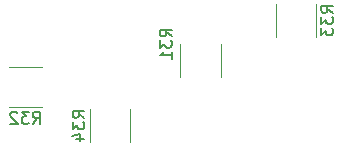
<source format=gbo>
%TF.GenerationSoftware,KiCad,Pcbnew,(5.1.12)-1*%
%TF.CreationDate,2023-05-21T12:59:29+02:00*%
%TF.ProjectId,roomcontroller,726f6f6d-636f-46e7-9472-6f6c6c65722e,rev?*%
%TF.SameCoordinates,Original*%
%TF.FileFunction,Legend,Bot*%
%TF.FilePolarity,Positive*%
%FSLAX46Y46*%
G04 Gerber Fmt 4.6, Leading zero omitted, Abs format (unit mm)*
G04 Created by KiCad (PCBNEW (5.1.12)-1) date 2023-05-21 12:59:29*
%MOMM*%
%LPD*%
G01*
G04 APERTURE LIST*
%ADD10C,0.120000*%
%ADD11C,0.150000*%
G04 APERTURE END LIST*
D10*
%TO.C,R34*%
X56010000Y-99213748D02*
X56010000Y-101986252D01*
X52590000Y-99213748D02*
X52590000Y-101986252D01*
%TO.C,R33*%
X68340000Y-93086252D02*
X68340000Y-90313748D01*
X71760000Y-93086252D02*
X71760000Y-90313748D01*
%TO.C,R32*%
X45713748Y-95640000D02*
X48486252Y-95640000D01*
X45713748Y-99060000D02*
X48486252Y-99060000D01*
%TO.C,R31*%
X63660000Y-93713748D02*
X63660000Y-96486252D01*
X60240000Y-93713748D02*
X60240000Y-96486252D01*
%TO.C,R34*%
D11*
X52102380Y-99957142D02*
X51626190Y-99623809D01*
X52102380Y-99385714D02*
X51102380Y-99385714D01*
X51102380Y-99766666D01*
X51150000Y-99861904D01*
X51197619Y-99909523D01*
X51292857Y-99957142D01*
X51435714Y-99957142D01*
X51530952Y-99909523D01*
X51578571Y-99861904D01*
X51626190Y-99766666D01*
X51626190Y-99385714D01*
X51102380Y-100290476D02*
X51102380Y-100909523D01*
X51483333Y-100576190D01*
X51483333Y-100719047D01*
X51530952Y-100814285D01*
X51578571Y-100861904D01*
X51673809Y-100909523D01*
X51911904Y-100909523D01*
X52007142Y-100861904D01*
X52054761Y-100814285D01*
X52102380Y-100719047D01*
X52102380Y-100433333D01*
X52054761Y-100338095D01*
X52007142Y-100290476D01*
X51435714Y-101766666D02*
X52102380Y-101766666D01*
X51054761Y-101528571D02*
X51769047Y-101290476D01*
X51769047Y-101909523D01*
%TO.C,R33*%
X73152380Y-91057142D02*
X72676190Y-90723809D01*
X73152380Y-90485714D02*
X72152380Y-90485714D01*
X72152380Y-90866666D01*
X72200000Y-90961904D01*
X72247619Y-91009523D01*
X72342857Y-91057142D01*
X72485714Y-91057142D01*
X72580952Y-91009523D01*
X72628571Y-90961904D01*
X72676190Y-90866666D01*
X72676190Y-90485714D01*
X72152380Y-91390476D02*
X72152380Y-92009523D01*
X72533333Y-91676190D01*
X72533333Y-91819047D01*
X72580952Y-91914285D01*
X72628571Y-91961904D01*
X72723809Y-92009523D01*
X72961904Y-92009523D01*
X73057142Y-91961904D01*
X73104761Y-91914285D01*
X73152380Y-91819047D01*
X73152380Y-91533333D01*
X73104761Y-91438095D01*
X73057142Y-91390476D01*
X72152380Y-92342857D02*
X72152380Y-92961904D01*
X72533333Y-92628571D01*
X72533333Y-92771428D01*
X72580952Y-92866666D01*
X72628571Y-92914285D01*
X72723809Y-92961904D01*
X72961904Y-92961904D01*
X73057142Y-92914285D01*
X73104761Y-92866666D01*
X73152380Y-92771428D01*
X73152380Y-92485714D01*
X73104761Y-92390476D01*
X73057142Y-92342857D01*
%TO.C,R32*%
X47742857Y-100452380D02*
X48076190Y-99976190D01*
X48314285Y-100452380D02*
X48314285Y-99452380D01*
X47933333Y-99452380D01*
X47838095Y-99500000D01*
X47790476Y-99547619D01*
X47742857Y-99642857D01*
X47742857Y-99785714D01*
X47790476Y-99880952D01*
X47838095Y-99928571D01*
X47933333Y-99976190D01*
X48314285Y-99976190D01*
X47409523Y-99452380D02*
X46790476Y-99452380D01*
X47123809Y-99833333D01*
X46980952Y-99833333D01*
X46885714Y-99880952D01*
X46838095Y-99928571D01*
X46790476Y-100023809D01*
X46790476Y-100261904D01*
X46838095Y-100357142D01*
X46885714Y-100404761D01*
X46980952Y-100452380D01*
X47266666Y-100452380D01*
X47361904Y-100404761D01*
X47409523Y-100357142D01*
X46409523Y-99547619D02*
X46361904Y-99500000D01*
X46266666Y-99452380D01*
X46028571Y-99452380D01*
X45933333Y-99500000D01*
X45885714Y-99547619D01*
X45838095Y-99642857D01*
X45838095Y-99738095D01*
X45885714Y-99880952D01*
X46457142Y-100452380D01*
X45838095Y-100452380D01*
%TO.C,R31*%
X59502380Y-93057142D02*
X59026190Y-92723809D01*
X59502380Y-92485714D02*
X58502380Y-92485714D01*
X58502380Y-92866666D01*
X58550000Y-92961904D01*
X58597619Y-93009523D01*
X58692857Y-93057142D01*
X58835714Y-93057142D01*
X58930952Y-93009523D01*
X58978571Y-92961904D01*
X59026190Y-92866666D01*
X59026190Y-92485714D01*
X58502380Y-93390476D02*
X58502380Y-94009523D01*
X58883333Y-93676190D01*
X58883333Y-93819047D01*
X58930952Y-93914285D01*
X58978571Y-93961904D01*
X59073809Y-94009523D01*
X59311904Y-94009523D01*
X59407142Y-93961904D01*
X59454761Y-93914285D01*
X59502380Y-93819047D01*
X59502380Y-93533333D01*
X59454761Y-93438095D01*
X59407142Y-93390476D01*
X59502380Y-94961904D02*
X59502380Y-94390476D01*
X59502380Y-94676190D02*
X58502380Y-94676190D01*
X58645238Y-94580952D01*
X58740476Y-94485714D01*
X58788095Y-94390476D01*
%TD*%
M02*

</source>
